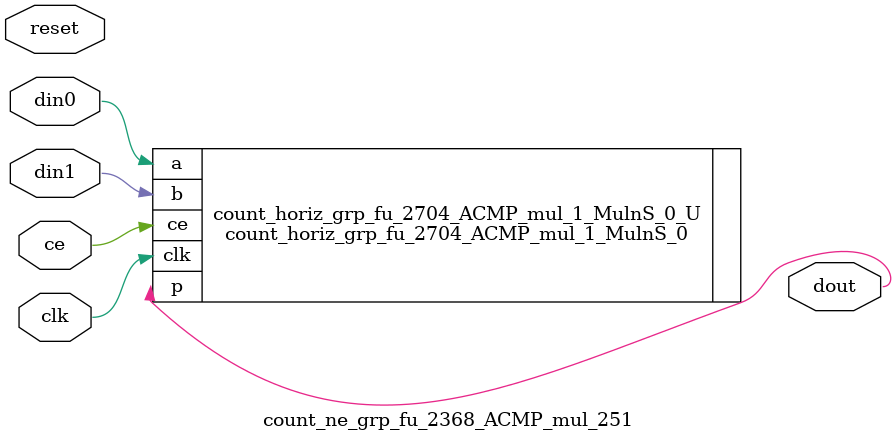
<source format=v>

`timescale 1 ns / 1 ps
module count_ne_grp_fu_2368_ACMP_mul_251(
    clk,
    reset,
    ce,
    din0,
    din1,
    dout);

parameter ID = 32'd1;
parameter NUM_STAGE = 32'd1;
parameter din0_WIDTH = 32'd1;
parameter din1_WIDTH = 32'd1;
parameter dout_WIDTH = 32'd1;
input clk;
input reset;
input ce;
input[din0_WIDTH - 1:0] din0;
input[din1_WIDTH - 1:0] din1;
output[dout_WIDTH - 1:0] dout;



count_horiz_grp_fu_2704_ACMP_mul_1_MulnS_0 count_horiz_grp_fu_2704_ACMP_mul_1_MulnS_0_U(
    .clk( clk ),
    .ce( ce ),
    .a( din0 ),
    .b( din1 ),
    .p( dout ));

endmodule

</source>
